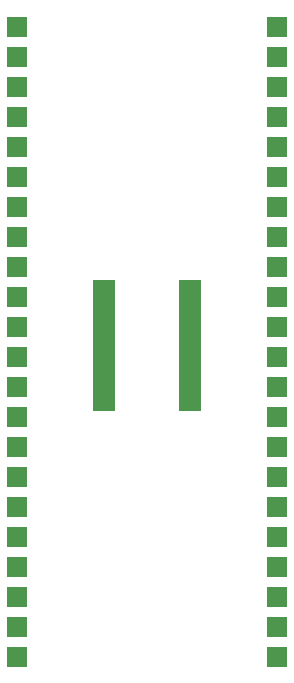
<source format=gts>
G04*
G04 #@! TF.GenerationSoftware,Altium Limited,Altium Designer,20.2.4 (192)*
G04*
G04 Layer_Color=8388736*
%FSLAX44Y44*%
%MOMM*%
G71*
G04*
G04 #@! TF.SameCoordinates,5829A05F-E1E1-40F9-AA7D-9744E717BD19*
G04*
G04*
G04 #@! TF.FilePolarity,Negative*
G04*
G01*
G75*
%ADD13R,1.8542X0.5080*%
%ADD14R,1.7272X1.7272*%
D13*
X146322Y-217422D02*
D03*
Y-222502D02*
D03*
Y-227582D02*
D03*
Y-232408D02*
D03*
Y-237488D02*
D03*
Y-242568D02*
D03*
Y-247394D02*
D03*
Y-252474D02*
D03*
Y-257554D02*
D03*
Y-262380D02*
D03*
Y-267460D02*
D03*
Y-272540D02*
D03*
Y-277620D02*
D03*
Y-282446D02*
D03*
Y-287526D02*
D03*
Y-292606D02*
D03*
Y-297432D02*
D03*
Y-302512D02*
D03*
Y-307592D02*
D03*
Y-312418D02*
D03*
Y-317498D02*
D03*
Y-322578D02*
D03*
X73678D02*
D03*
Y-317498D02*
D03*
Y-312418D02*
D03*
Y-307592D02*
D03*
Y-302512D02*
D03*
Y-297432D02*
D03*
Y-292606D02*
D03*
Y-287526D02*
D03*
Y-282446D02*
D03*
Y-277620D02*
D03*
Y-272540D02*
D03*
Y-267460D02*
D03*
Y-262380D02*
D03*
Y-257554D02*
D03*
Y-252474D02*
D03*
Y-247394D02*
D03*
Y-242568D02*
D03*
Y-237488D02*
D03*
Y-232408D02*
D03*
Y-227582D02*
D03*
Y-222502D02*
D03*
Y-217422D02*
D03*
D14*
X220000Y-330200D02*
D03*
Y-355600D02*
D03*
Y-304800D02*
D03*
Y-279400D02*
D03*
Y-254000D02*
D03*
Y-228600D02*
D03*
Y-203200D02*
D03*
Y-177800D02*
D03*
Y-152400D02*
D03*
Y-127000D02*
D03*
Y-101600D02*
D03*
Y-76200D02*
D03*
Y-50800D02*
D03*
Y-25400D02*
D03*
Y0D02*
D03*
Y-533400D02*
D03*
Y-508000D02*
D03*
Y-482600D02*
D03*
Y-457200D02*
D03*
Y-431800D02*
D03*
Y-406400D02*
D03*
Y-381000D02*
D03*
X0Y-152400D02*
D03*
Y-127000D02*
D03*
Y-101600D02*
D03*
Y-76200D02*
D03*
Y-50800D02*
D03*
Y-25400D02*
D03*
Y0D02*
D03*
Y-533400D02*
D03*
Y-508000D02*
D03*
Y-482600D02*
D03*
Y-457200D02*
D03*
Y-431800D02*
D03*
Y-406400D02*
D03*
Y-381000D02*
D03*
Y-355600D02*
D03*
Y-330200D02*
D03*
Y-304800D02*
D03*
Y-279400D02*
D03*
Y-254000D02*
D03*
Y-228600D02*
D03*
Y-177800D02*
D03*
Y-203200D02*
D03*
M02*

</source>
